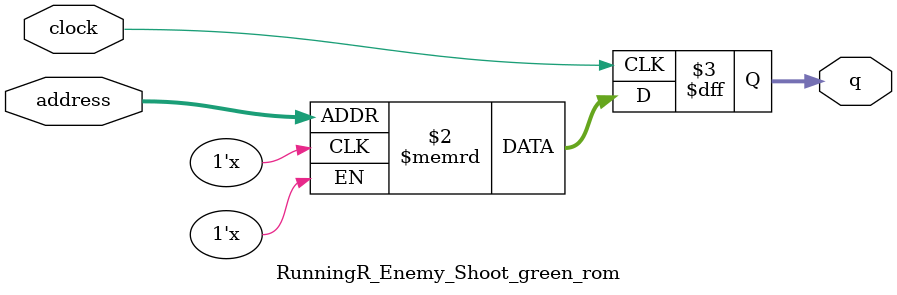
<source format=sv>
module RunningR_Enemy_Shoot_green_rom (
	input logic clock,
	input logic [11:0] address,
	output logic [2:0] q
);

logic [2:0] memory [0:2639] /* synthesis ram_init_file = "./RunningR_Enemy_Shoot_green/RunningR_Enemy_Shoot_green.mif" */;

always_ff @ (posedge clock) begin
	q <= memory[address];
end

endmodule

</source>
